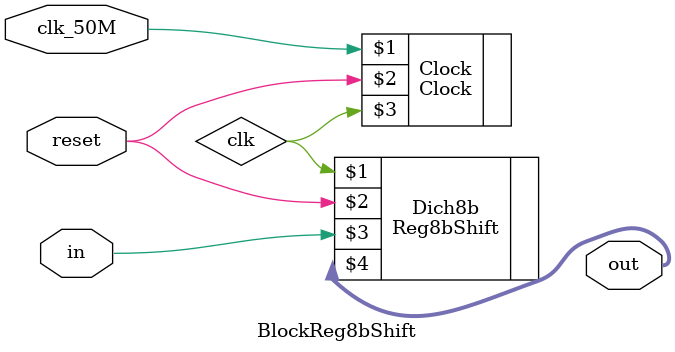
<source format=v>
`timescale 1ns / 1ps
module BlockReg8bShift(in,clk_50M,reset, out);
input clk_50M, reset, in;
output wire [7:0] out;
wire clk;
Clock Clock(clk_50M, reset, clk);
Reg8bShift Dich8b (clk,reset,in, out);


endmodule

</source>
